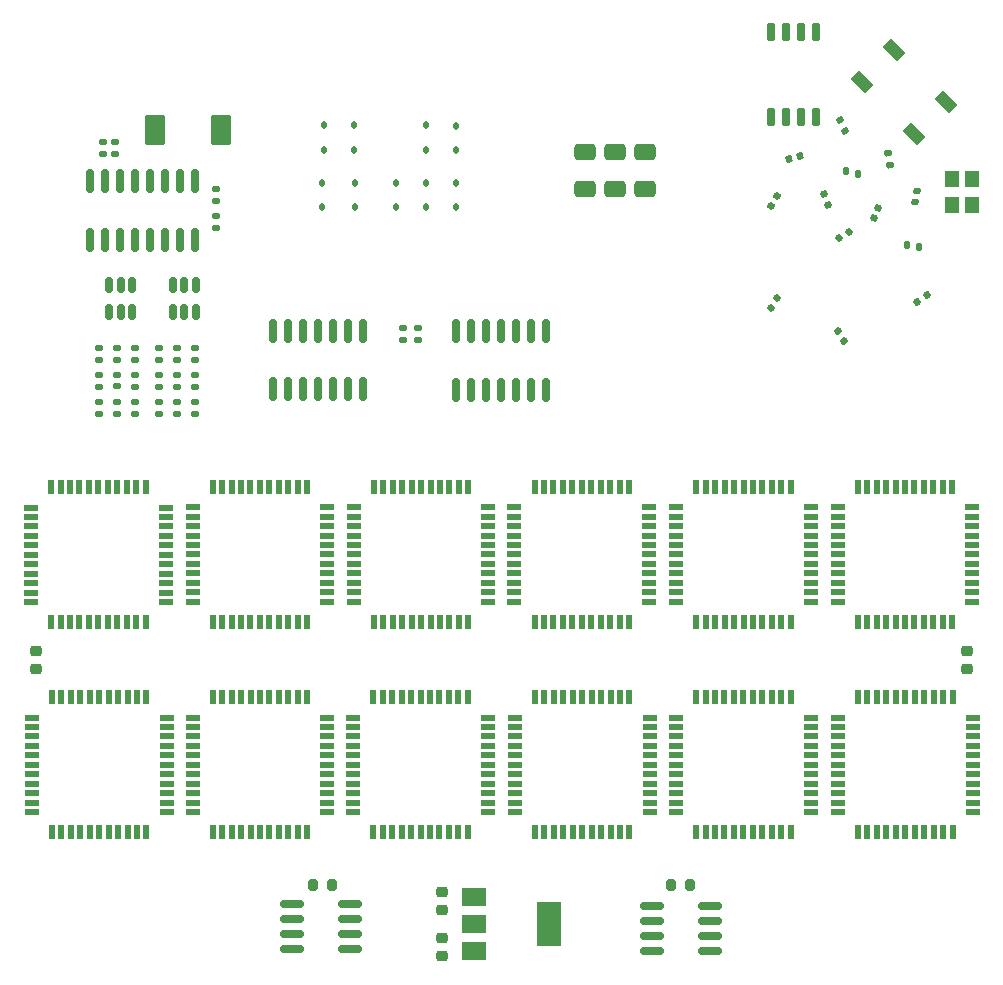
<source format=gbp>
%TF.GenerationSoftware,KiCad,Pcbnew,7.0.5-0*%
%TF.CreationDate,2023-06-16T23:12:01-07:00*%
%TF.ProjectId,Jumperless2,4a756d70-6572-46c6-9573-73322e6b6963,rev?*%
%TF.SameCoordinates,Original*%
%TF.FileFunction,Paste,Bot*%
%TF.FilePolarity,Positive*%
%FSLAX46Y46*%
G04 Gerber Fmt 4.6, Leading zero omitted, Abs format (unit mm)*
G04 Created by KiCad (PCBNEW 7.0.5-0) date 2023-06-16 23:12:01*
%MOMM*%
%LPD*%
G01*
G04 APERTURE LIST*
G04 Aperture macros list*
%AMRoundRect*
0 Rectangle with rounded corners*
0 $1 Rounding radius*
0 $2 $3 $4 $5 $6 $7 $8 $9 X,Y pos of 4 corners*
0 Add a 4 corners polygon primitive as box body*
4,1,4,$2,$3,$4,$5,$6,$7,$8,$9,$2,$3,0*
0 Add four circle primitives for the rounded corners*
1,1,$1+$1,$2,$3*
1,1,$1+$1,$4,$5*
1,1,$1+$1,$6,$7*
1,1,$1+$1,$8,$9*
0 Add four rect primitives between the rounded corners*
20,1,$1+$1,$2,$3,$4,$5,0*
20,1,$1+$1,$4,$5,$6,$7,0*
20,1,$1+$1,$6,$7,$8,$9,0*
20,1,$1+$1,$8,$9,$2,$3,0*%
%AMRotRect*
0 Rectangle, with rotation*
0 The origin of the aperture is its center*
0 $1 length*
0 $2 width*
0 $3 Rotation angle, in degrees counterclockwise*
0 Add horizontal line*
21,1,$1,$2,0,0,$3*%
G04 Aperture macros list end*
%ADD10RoundRect,0.140000X0.058955X-0.212189X0.219557X0.017173X-0.058955X0.212189X-0.219557X-0.017173X0*%
%ADD11RoundRect,0.250000X0.650000X-0.412500X0.650000X0.412500X-0.650000X0.412500X-0.650000X-0.412500X0*%
%ADD12RoundRect,0.135000X0.185000X-0.135000X0.185000X0.135000X-0.185000X0.135000X-0.185000X-0.135000X0*%
%ADD13RoundRect,0.112500X0.112500X-0.187500X0.112500X0.187500X-0.112500X0.187500X-0.112500X-0.187500X0*%
%ADD14RoundRect,0.135000X-0.185000X0.135000X-0.185000X-0.135000X0.185000X-0.135000X0.185000X0.135000X0*%
%ADD15R,1.200000X0.500000*%
%ADD16R,0.500000X1.200000*%
%ADD17RoundRect,0.200000X-0.200000X-0.275000X0.200000X-0.275000X0.200000X0.275000X-0.200000X0.275000X0*%
%ADD18RoundRect,0.170000X-0.680000X-1.130000X0.680000X-1.130000X0.680000X1.130000X-0.680000X1.130000X0*%
%ADD19RoundRect,0.140000X0.170000X-0.140000X0.170000X0.140000X-0.170000X0.140000X-0.170000X-0.140000X0*%
%ADD20RoundRect,0.140000X0.143107X-0.167393X0.191728X0.108353X-0.143107X0.167393X-0.191728X-0.108353X0*%
%ADD21RotRect,1.700000X1.000000X135.000000*%
%ADD22RoundRect,0.150000X0.150000X-0.512500X0.150000X0.512500X-0.150000X0.512500X-0.150000X-0.512500X0*%
%ADD23RoundRect,0.225000X-0.250000X0.225000X-0.250000X-0.225000X0.250000X-0.225000X0.250000X0.225000X0*%
%ADD24RoundRect,0.135000X-0.205632X0.100824X-0.158747X-0.165074X0.205632X-0.100824X0.158747X0.165074X0*%
%ADD25RoundRect,0.140000X-0.017173X-0.219557X0.212189X-0.058955X0.017173X0.219557X-0.212189X0.058955X0*%
%ADD26RoundRect,0.112500X-0.112500X0.187500X-0.112500X-0.187500X0.112500X-0.187500X0.112500X0.187500X0*%
%ADD27R,1.200000X1.400000*%
%ADD28RoundRect,0.150000X-0.150000X0.825000X-0.150000X-0.825000X0.150000X-0.825000X0.150000X0.825000X0*%
%ADD29RoundRect,0.140000X0.099887X0.196272X-0.173476X0.135669X-0.099887X-0.196272X0.173476X-0.135669X0*%
%ADD30RoundRect,0.150000X-0.150000X0.650000X-0.150000X-0.650000X0.150000X-0.650000X0.150000X0.650000X0*%
%ADD31RoundRect,0.140000X0.207631X-0.073414X0.111865X0.189700X-0.207631X0.073414X-0.111865X-0.189700X0*%
%ADD32RoundRect,0.135000X-0.157992X-0.165796X0.109698X-0.201038X0.157992X0.165796X-0.109698X0.201038X0*%
%ADD33RoundRect,0.150000X0.825000X0.150000X-0.825000X0.150000X-0.825000X-0.150000X0.825000X-0.150000X0*%
%ADD34RoundRect,0.140000X-0.068155X0.209416X-0.218598X-0.026734X0.068155X-0.209416X0.218598X0.026734X0*%
%ADD35RoundRect,0.135000X0.224720X-0.044167X0.110613X0.200536X-0.224720X0.044167X-0.110613X-0.200536X0*%
%ADD36RoundRect,0.140000X-0.217224X0.036244X-0.077224X-0.206244X0.217224X-0.036244X0.077224X0.206244X0*%
%ADD37R,2.000000X1.500000*%
%ADD38R,2.000000X3.800000*%
%ADD39RoundRect,0.135000X-0.171841X-0.151395X0.091759X-0.209834X0.171841X0.151395X-0.091759X0.209834X0*%
%ADD40RoundRect,0.140000X-0.111865X0.189700X-0.207631X-0.073414X0.111865X-0.189700X0.207631X0.073414X0*%
%ADD41RoundRect,0.250000X-0.650000X0.412500X-0.650000X-0.412500X0.650000X-0.412500X0.650000X0.412500X0*%
%ADD42RoundRect,0.140000X0.026734X0.218598X-0.209416X0.068155X-0.026734X-0.218598X0.209416X-0.068155X0*%
%ADD43RoundRect,0.225000X0.250000X-0.225000X0.250000X0.225000X-0.250000X0.225000X-0.250000X-0.225000X0*%
G04 APERTURE END LIST*
D10*
X98708683Y-121551193D03*
X99259317Y-120764807D03*
D11*
X82982000Y-120142000D03*
X82982000Y-117017000D03*
D12*
X67615000Y-132971000D03*
X67615000Y-131951000D03*
X48438000Y-136906000D03*
X48438000Y-135886000D03*
D13*
X69520000Y-116840000D03*
X69520000Y-114740000D03*
D14*
X43358000Y-138172000D03*
X43358000Y-139192000D03*
D13*
X63551000Y-121700000D03*
X63551000Y-119600000D03*
D15*
X61186000Y-164895000D03*
X61186000Y-165695000D03*
X61186000Y-166495000D03*
X61186000Y-167295000D03*
X61186000Y-168095000D03*
X61186000Y-168895000D03*
X61186000Y-169695000D03*
X61186000Y-170495000D03*
X61186000Y-171295000D03*
X61186000Y-172095000D03*
X61186000Y-172895000D03*
D16*
X59486000Y-174595000D03*
X58686000Y-174595000D03*
X57886000Y-174595000D03*
X57086000Y-174595000D03*
X56286000Y-174595000D03*
X55486000Y-174595000D03*
X54686000Y-174595000D03*
X53886000Y-174595000D03*
X53086000Y-174595000D03*
X52286000Y-174595000D03*
X51486000Y-174595000D03*
D15*
X49786000Y-172895000D03*
X49786000Y-172095000D03*
X49786000Y-171295000D03*
X49786000Y-170495000D03*
X49786000Y-169695000D03*
X49786000Y-168895000D03*
X49786000Y-168095000D03*
X49786000Y-167295000D03*
X49786000Y-166495000D03*
X49786000Y-165695000D03*
X49786000Y-164895000D03*
D16*
X51486000Y-163195000D03*
X52286000Y-163195000D03*
X53086000Y-163195000D03*
X53886000Y-163195000D03*
X54686000Y-163195000D03*
X55486000Y-163195000D03*
X56286000Y-163195000D03*
X57086000Y-163195000D03*
X57886000Y-163195000D03*
X58686000Y-163195000D03*
X59486000Y-163195000D03*
D17*
X90285000Y-179070000D03*
X91935000Y-179070000D03*
D12*
X49962000Y-134620000D03*
X49962000Y-133600000D03*
D14*
X44882000Y-138172000D03*
X44882000Y-139192000D03*
D18*
X52197200Y-115138200D03*
X46609200Y-115138200D03*
D19*
X48438000Y-134592000D03*
X48438000Y-133632000D03*
D20*
X110965649Y-121249708D03*
X111132351Y-120304292D03*
D14*
X41834000Y-138172000D03*
X41834000Y-139192000D03*
D15*
X74824000Y-147091600D03*
X74824000Y-147891600D03*
X74824000Y-148691600D03*
X74824000Y-149491600D03*
X74824000Y-150291600D03*
X74824000Y-151091600D03*
X74824000Y-151891600D03*
X74824000Y-152691600D03*
X74824000Y-153491600D03*
X74824000Y-154291600D03*
X74824000Y-155091600D03*
D16*
X73124000Y-156791600D03*
X72324000Y-156791600D03*
X71524000Y-156791600D03*
X70724000Y-156791600D03*
X69924000Y-156791600D03*
X69124000Y-156791600D03*
X68324000Y-156791600D03*
X67524000Y-156791600D03*
X66724000Y-156791600D03*
X65924000Y-156791600D03*
X65124000Y-156791600D03*
D15*
X63424000Y-155091600D03*
X63424000Y-154291600D03*
X63424000Y-153491600D03*
X63424000Y-152691600D03*
X63424000Y-151891600D03*
X63424000Y-151091600D03*
X63424000Y-150291600D03*
X63424000Y-149491600D03*
X63424000Y-148691600D03*
X63424000Y-147891600D03*
X63424000Y-147091600D03*
D16*
X65124000Y-145391600D03*
X65924000Y-145391600D03*
X66724000Y-145391600D03*
X67524000Y-145391600D03*
X68324000Y-145391600D03*
X69124000Y-145391600D03*
X69924000Y-145391600D03*
X70724000Y-145391600D03*
X71524000Y-145391600D03*
X72324000Y-145391600D03*
X73124000Y-145391600D03*
D17*
X59932000Y-179070000D03*
X61582000Y-179070000D03*
D12*
X46914000Y-139192000D03*
X46914000Y-138172000D03*
D21*
X113578489Y-112821683D03*
X109123717Y-108366911D03*
X110891483Y-115508689D03*
X106436711Y-111053917D03*
D15*
X115796000Y-147089600D03*
X115796000Y-147889600D03*
X115796000Y-148689600D03*
X115796000Y-149489600D03*
X115796000Y-150289600D03*
X115796000Y-151089600D03*
X115796000Y-151889600D03*
X115796000Y-152689600D03*
X115796000Y-153489600D03*
X115796000Y-154289600D03*
X115796000Y-155089600D03*
D16*
X114096000Y-156789600D03*
X113296000Y-156789600D03*
X112496000Y-156789600D03*
X111696000Y-156789600D03*
X110896000Y-156789600D03*
X110096000Y-156789600D03*
X109296000Y-156789600D03*
X108496000Y-156789600D03*
X107696000Y-156789600D03*
X106896000Y-156789600D03*
X106096000Y-156789600D03*
D15*
X104396000Y-155089600D03*
X104396000Y-154289600D03*
X104396000Y-153489600D03*
X104396000Y-152689600D03*
X104396000Y-151889600D03*
X104396000Y-151089600D03*
X104396000Y-150289600D03*
X104396000Y-149489600D03*
X104396000Y-148689600D03*
X104396000Y-147889600D03*
X104396000Y-147089600D03*
D16*
X106096000Y-145389600D03*
X106896000Y-145389600D03*
X107696000Y-145389600D03*
X108496000Y-145389600D03*
X109296000Y-145389600D03*
X110096000Y-145389600D03*
X110896000Y-145389600D03*
X111696000Y-145389600D03*
X112496000Y-145389600D03*
X113296000Y-145389600D03*
X114096000Y-145389600D03*
D22*
X44628000Y-130556000D03*
X43678000Y-130556000D03*
X42728000Y-130556000D03*
X42728000Y-128281000D03*
X43678000Y-128281000D03*
X44628000Y-128281000D03*
D12*
X68885000Y-132968999D03*
X68885000Y-131948999D03*
D23*
X70917000Y-183555000D03*
X70917000Y-185105000D03*
D15*
X88428000Y-147091600D03*
X88428000Y-147891600D03*
X88428000Y-148691600D03*
X88428000Y-149491600D03*
X88428000Y-150291600D03*
X88428000Y-151091600D03*
X88428000Y-151891600D03*
X88428000Y-152691600D03*
X88428000Y-153491600D03*
X88428000Y-154291600D03*
X88428000Y-155091600D03*
D16*
X86728000Y-156791600D03*
X85928000Y-156791600D03*
X85128000Y-156791600D03*
X84328000Y-156791600D03*
X83528000Y-156791600D03*
X82728000Y-156791600D03*
X81928000Y-156791600D03*
X81128000Y-156791600D03*
X80328000Y-156791600D03*
X79528000Y-156791600D03*
X78728000Y-156791600D03*
D15*
X77028000Y-155091600D03*
X77028000Y-154291600D03*
X77028000Y-153491600D03*
X77028000Y-152691600D03*
X77028000Y-151891600D03*
X77028000Y-151091600D03*
X77028000Y-150291600D03*
X77028000Y-149491600D03*
X77028000Y-148691600D03*
X77028000Y-147891600D03*
X77028000Y-147091600D03*
D16*
X78728000Y-145391600D03*
X79528000Y-145391600D03*
X80328000Y-145391600D03*
X81128000Y-145391600D03*
X81928000Y-145391600D03*
X82728000Y-145391600D03*
X83528000Y-145391600D03*
X84328000Y-145391600D03*
X85128000Y-145391600D03*
X85928000Y-145391600D03*
X86728000Y-145391600D03*
D24*
X108674439Y-117099748D03*
X108851561Y-118104252D03*
D12*
X43231000Y-117223000D03*
X43231000Y-116203000D03*
D25*
X111151614Y-129709634D03*
X111938000Y-129159000D03*
D26*
X72060000Y-119600000D03*
X72060000Y-121700000D03*
D19*
X44882000Y-136878000D03*
X44882000Y-135918000D03*
X41834000Y-136878000D03*
X41834000Y-135918000D03*
D27*
X114097000Y-121539000D03*
X114097000Y-119339000D03*
X115797000Y-119339000D03*
X115797000Y-121539000D03*
D28*
X56566000Y-132145000D03*
X57836000Y-132145000D03*
X59106000Y-132145000D03*
X60376000Y-132145000D03*
X61646000Y-132145000D03*
X62916000Y-132145000D03*
X64186000Y-132145000D03*
X64186000Y-137095000D03*
X62916000Y-137095000D03*
X61646000Y-137095000D03*
X60376000Y-137095000D03*
X59106000Y-137095000D03*
X57836000Y-137095000D03*
X56566000Y-137095000D03*
X72060000Y-132210000D03*
X73330000Y-132210000D03*
X74600000Y-132210000D03*
X75870000Y-132210000D03*
X77140000Y-132210000D03*
X78410000Y-132210000D03*
X79680000Y-132210000D03*
X79680000Y-137160000D03*
X78410000Y-137160000D03*
X77140000Y-137160000D03*
X75870000Y-137160000D03*
X74600000Y-137160000D03*
X73330000Y-137160000D03*
X72060000Y-137160000D03*
D26*
X72060000Y-114774000D03*
X72060000Y-116874000D03*
D28*
X41072000Y-119510000D03*
X42342000Y-119510000D03*
X43612000Y-119510000D03*
X44882000Y-119510000D03*
X46152000Y-119510000D03*
X47422000Y-119510000D03*
X48692000Y-119510000D03*
X49962000Y-119510000D03*
X49962000Y-124460000D03*
X48692000Y-124460000D03*
X47422000Y-124460000D03*
X46152000Y-124460000D03*
X44882000Y-124460000D03*
X43612000Y-124460000D03*
X42342000Y-124460000D03*
X41072000Y-124460000D03*
D19*
X51740000Y-123416000D03*
X51740000Y-122456000D03*
D29*
X101230622Y-117371109D03*
X100293378Y-117578891D03*
D15*
X74776000Y-164895000D03*
X74776000Y-165695000D03*
X74776000Y-166495000D03*
X74776000Y-167295000D03*
X74776000Y-168095000D03*
X74776000Y-168895000D03*
X74776000Y-169695000D03*
X74776000Y-170495000D03*
X74776000Y-171295000D03*
X74776000Y-172095000D03*
X74776000Y-172895000D03*
D16*
X73076000Y-174595000D03*
X72276000Y-174595000D03*
X71476000Y-174595000D03*
X70676000Y-174595000D03*
X69876000Y-174595000D03*
X69076000Y-174595000D03*
X68276000Y-174595000D03*
X67476000Y-174595000D03*
X66676000Y-174595000D03*
X65876000Y-174595000D03*
X65076000Y-174595000D03*
D15*
X63376000Y-172895000D03*
X63376000Y-172095000D03*
X63376000Y-171295000D03*
X63376000Y-170495000D03*
X63376000Y-169695000D03*
X63376000Y-168895000D03*
X63376000Y-168095000D03*
X63376000Y-167295000D03*
X63376000Y-166495000D03*
X63376000Y-165695000D03*
X63376000Y-164895000D03*
D16*
X65076000Y-163195000D03*
X65876000Y-163195000D03*
X66676000Y-163195000D03*
X67476000Y-163195000D03*
X68276000Y-163195000D03*
X69076000Y-163195000D03*
X69876000Y-163195000D03*
X70676000Y-163195000D03*
X71476000Y-163195000D03*
X72276000Y-163195000D03*
X73076000Y-163195000D03*
D12*
X48438000Y-139192000D03*
X48438000Y-138172000D03*
D14*
X43358000Y-133600000D03*
X43358000Y-134620000D03*
D12*
X49962000Y-136906000D03*
X49962000Y-135886000D03*
D15*
X47496400Y-147119600D03*
X47496400Y-147919600D03*
X47496400Y-148719600D03*
X47496400Y-149519600D03*
X47496400Y-150319600D03*
X47496400Y-151119600D03*
X47496400Y-151919600D03*
X47496400Y-152719600D03*
X47496400Y-153519600D03*
X47496400Y-154319600D03*
X47496400Y-155119600D03*
D16*
X45796400Y-156819600D03*
X44996400Y-156819600D03*
X44196400Y-156819600D03*
X43396400Y-156819600D03*
X42596400Y-156819600D03*
X41796400Y-156819600D03*
X40996400Y-156819600D03*
X40196400Y-156819600D03*
X39396400Y-156819600D03*
X38596400Y-156819600D03*
X37796400Y-156819600D03*
D15*
X36096400Y-155119600D03*
X36096400Y-154319600D03*
X36096400Y-153519600D03*
X36096400Y-152719600D03*
X36096400Y-151919600D03*
X36096400Y-151119600D03*
X36096400Y-150319600D03*
X36096400Y-149519600D03*
X36096400Y-148719600D03*
X36096400Y-147919600D03*
X36096400Y-147119600D03*
D16*
X37796400Y-145419600D03*
X38596400Y-145419600D03*
X39396400Y-145419600D03*
X40196400Y-145419600D03*
X40996400Y-145419600D03*
X41796400Y-145419600D03*
X42596400Y-145419600D03*
X43396400Y-145419600D03*
X44196400Y-145419600D03*
X44996400Y-145419600D03*
X45796400Y-145419600D03*
D11*
X85522000Y-120142000D03*
X85522000Y-117017000D03*
D30*
X98730000Y-106890000D03*
X100000000Y-106890000D03*
X101270000Y-106890000D03*
X102540000Y-106890000D03*
X102540000Y-114090000D03*
X101270000Y-114090000D03*
X100000000Y-114090000D03*
X98730000Y-114090000D03*
D31*
X103593170Y-121482052D03*
X103264830Y-120579948D03*
D15*
X102106000Y-164895000D03*
X102106000Y-165695000D03*
X102106000Y-166495000D03*
X102106000Y-167295000D03*
X102106000Y-168095000D03*
X102106000Y-168895000D03*
X102106000Y-169695000D03*
X102106000Y-170495000D03*
X102106000Y-171295000D03*
X102106000Y-172095000D03*
X102106000Y-172895000D03*
D16*
X100406000Y-174595000D03*
X99606000Y-174595000D03*
X98806000Y-174595000D03*
X98006000Y-174595000D03*
X97206000Y-174595000D03*
X96406000Y-174595000D03*
X95606000Y-174595000D03*
X94806000Y-174595000D03*
X94006000Y-174595000D03*
X93206000Y-174595000D03*
X92406000Y-174595000D03*
D15*
X90706000Y-172895000D03*
X90706000Y-172095000D03*
X90706000Y-171295000D03*
X90706000Y-170495000D03*
X90706000Y-169695000D03*
X90706000Y-168895000D03*
X90706000Y-168095000D03*
X90706000Y-167295000D03*
X90706000Y-166495000D03*
X90706000Y-165695000D03*
X90706000Y-164895000D03*
D16*
X92406000Y-163195000D03*
X93206000Y-163195000D03*
X94006000Y-163195000D03*
X94806000Y-163195000D03*
X95606000Y-163195000D03*
X96406000Y-163195000D03*
X97206000Y-163195000D03*
X98006000Y-163195000D03*
X98806000Y-163195000D03*
X99606000Y-163195000D03*
X100406000Y-163195000D03*
D32*
X110289363Y-124901432D03*
X111300637Y-125034568D03*
D23*
X115367000Y-159258000D03*
X115367000Y-160808000D03*
D15*
X61173600Y-147091600D03*
X61173600Y-147891600D03*
X61173600Y-148691600D03*
X61173600Y-149491600D03*
X61173600Y-150291600D03*
X61173600Y-151091600D03*
X61173600Y-151891600D03*
X61173600Y-152691600D03*
X61173600Y-153491600D03*
X61173600Y-154291600D03*
X61173600Y-155091600D03*
D16*
X59473600Y-156791600D03*
X58673600Y-156791600D03*
X57873600Y-156791600D03*
X57073600Y-156791600D03*
X56273600Y-156791600D03*
X55473600Y-156791600D03*
X54673600Y-156791600D03*
X53873600Y-156791600D03*
X53073600Y-156791600D03*
X52273600Y-156791600D03*
X51473600Y-156791600D03*
D15*
X49773600Y-155091600D03*
X49773600Y-154291600D03*
X49773600Y-153491600D03*
X49773600Y-152691600D03*
X49773600Y-151891600D03*
X49773600Y-151091600D03*
X49773600Y-150291600D03*
X49773600Y-149491600D03*
X49773600Y-148691600D03*
X49773600Y-147891600D03*
X49773600Y-147091600D03*
D16*
X51473600Y-145391600D03*
X52273600Y-145391600D03*
X53073600Y-145391600D03*
X53873600Y-145391600D03*
X54673600Y-145391600D03*
X55473600Y-145391600D03*
X56273600Y-145391600D03*
X57073600Y-145391600D03*
X57873600Y-145391600D03*
X58673600Y-145391600D03*
X59473600Y-145391600D03*
D15*
X47572000Y-164895000D03*
X47572000Y-165695000D03*
X47572000Y-166495000D03*
X47572000Y-167295000D03*
X47572000Y-168095000D03*
X47572000Y-168895000D03*
X47572000Y-169695000D03*
X47572000Y-170495000D03*
X47572000Y-171295000D03*
X47572000Y-172095000D03*
X47572000Y-172895000D03*
D16*
X45872000Y-174595000D03*
X45072000Y-174595000D03*
X44272000Y-174595000D03*
X43472000Y-174595000D03*
X42672000Y-174595000D03*
X41872000Y-174595000D03*
X41072000Y-174595000D03*
X40272000Y-174595000D03*
X39472000Y-174595000D03*
X38672000Y-174595000D03*
X37872000Y-174595000D03*
D15*
X36172000Y-172895000D03*
X36172000Y-172095000D03*
X36172000Y-171295000D03*
X36172000Y-170495000D03*
X36172000Y-169695000D03*
X36172000Y-168895000D03*
X36172000Y-168095000D03*
X36172000Y-167295000D03*
X36172000Y-166495000D03*
X36172000Y-165695000D03*
X36172000Y-164895000D03*
D16*
X37872000Y-163195000D03*
X38672000Y-163195000D03*
X39472000Y-163195000D03*
X40272000Y-163195000D03*
X41072000Y-163195000D03*
X41872000Y-163195000D03*
X42672000Y-163195000D03*
X43472000Y-163195000D03*
X44272000Y-163195000D03*
X45072000Y-163195000D03*
X45872000Y-163195000D03*
D19*
X43358000Y-136850000D03*
X43358000Y-135890000D03*
D26*
X66980000Y-119600000D03*
X66980000Y-121700000D03*
D33*
X93585000Y-180848000D03*
X93585000Y-182118000D03*
X93585000Y-183388000D03*
X93585000Y-184658000D03*
X88635000Y-184658000D03*
X88635000Y-183388000D03*
X88635000Y-182118000D03*
X88635000Y-180848000D03*
D22*
X50033200Y-130556000D03*
X49083200Y-130556000D03*
X48133200Y-130556000D03*
X48133200Y-128281000D03*
X49083200Y-128281000D03*
X50033200Y-128281000D03*
D15*
X115819600Y-164895000D03*
X115819600Y-165695000D03*
X115819600Y-166495000D03*
X115819600Y-167295000D03*
X115819600Y-168095000D03*
X115819600Y-168895000D03*
X115819600Y-169695000D03*
X115819600Y-170495000D03*
X115819600Y-171295000D03*
X115819600Y-172095000D03*
X115819600Y-172895000D03*
D16*
X114119600Y-174595000D03*
X113319600Y-174595000D03*
X112519600Y-174595000D03*
X111719600Y-174595000D03*
X110919600Y-174595000D03*
X110119600Y-174595000D03*
X109319600Y-174595000D03*
X108519600Y-174595000D03*
X107719600Y-174595000D03*
X106919600Y-174595000D03*
X106119600Y-174595000D03*
D15*
X104419600Y-172895000D03*
X104419600Y-172095000D03*
X104419600Y-171295000D03*
X104419600Y-170495000D03*
X104419600Y-169695000D03*
X104419600Y-168895000D03*
X104419600Y-168095000D03*
X104419600Y-167295000D03*
X104419600Y-166495000D03*
X104419600Y-165695000D03*
X104419600Y-164895000D03*
D16*
X106119600Y-163195000D03*
X106919600Y-163195000D03*
X107719600Y-163195000D03*
X108519600Y-163195000D03*
X109319600Y-163195000D03*
X110119600Y-163195000D03*
X110919600Y-163195000D03*
X111719600Y-163195000D03*
X112519600Y-163195000D03*
X113319600Y-163195000D03*
X114119600Y-163195000D03*
D14*
X46914000Y-133600000D03*
X46914000Y-134620000D03*
D34*
X99241904Y-129389172D03*
X98726096Y-130198828D03*
D35*
X105041535Y-115270217D03*
X104610465Y-114345783D03*
D36*
X104459000Y-132172308D03*
X104939000Y-133003692D03*
D23*
X70917000Y-179679000D03*
X70917000Y-181229000D03*
D12*
X46914000Y-136906000D03*
X46914000Y-135886000D03*
D37*
X73634000Y-184672000D03*
X73634000Y-182372000D03*
D38*
X79934000Y-182372000D03*
D37*
X73634000Y-180072000D03*
D13*
X69520000Y-121700000D03*
X69520000Y-119600000D03*
D39*
X105090089Y-118634616D03*
X106085911Y-118855384D03*
D26*
X63424000Y-114740000D03*
X63424000Y-116840000D03*
D14*
X44882000Y-133598000D03*
X44882000Y-134618000D03*
D26*
X60757000Y-119600000D03*
X60757000Y-121700000D03*
D14*
X41834000Y-133600000D03*
X41834000Y-134620000D03*
D15*
X102129000Y-147089600D03*
X102129000Y-147889600D03*
X102129000Y-148689600D03*
X102129000Y-149489600D03*
X102129000Y-150289600D03*
X102129000Y-151089600D03*
X102129000Y-151889600D03*
X102129000Y-152689600D03*
X102129000Y-153489600D03*
X102129000Y-154289600D03*
X102129000Y-155089600D03*
D16*
X100429000Y-156789600D03*
X99629000Y-156789600D03*
X98829000Y-156789600D03*
X98029000Y-156789600D03*
X97229000Y-156789600D03*
X96429000Y-156789600D03*
X95629000Y-156789600D03*
X94829000Y-156789600D03*
X94029000Y-156789600D03*
X93229000Y-156789600D03*
X92429000Y-156789600D03*
D15*
X90729000Y-155089600D03*
X90729000Y-154289600D03*
X90729000Y-153489600D03*
X90729000Y-152689600D03*
X90729000Y-151889600D03*
X90729000Y-151089600D03*
X90729000Y-150289600D03*
X90729000Y-149489600D03*
X90729000Y-148689600D03*
X90729000Y-147889600D03*
X90729000Y-147089600D03*
D16*
X92429000Y-145389600D03*
X93229000Y-145389600D03*
X94029000Y-145389600D03*
X94829000Y-145389600D03*
X95629000Y-145389600D03*
X96429000Y-145389600D03*
X97229000Y-145389600D03*
X98029000Y-145389600D03*
X98829000Y-145389600D03*
X99629000Y-145389600D03*
X100429000Y-145389600D03*
D40*
X107784170Y-121722948D03*
X107455830Y-122625052D03*
D19*
X51740000Y-121130000D03*
X51740000Y-120170000D03*
D41*
X88062000Y-117017000D03*
X88062000Y-120142000D03*
D13*
X60884000Y-116840000D03*
X60884000Y-114740000D03*
D15*
X88466000Y-164895000D03*
X88466000Y-165695000D03*
X88466000Y-166495000D03*
X88466000Y-167295000D03*
X88466000Y-168095000D03*
X88466000Y-168895000D03*
X88466000Y-169695000D03*
X88466000Y-170495000D03*
X88466000Y-171295000D03*
X88466000Y-172095000D03*
X88466000Y-172895000D03*
D16*
X86766000Y-174595000D03*
X85966000Y-174595000D03*
X85166000Y-174595000D03*
X84366000Y-174595000D03*
X83566000Y-174595000D03*
X82766000Y-174595000D03*
X81966000Y-174595000D03*
X81166000Y-174595000D03*
X80366000Y-174595000D03*
X79566000Y-174595000D03*
X78766000Y-174595000D03*
D15*
X77066000Y-172895000D03*
X77066000Y-172095000D03*
X77066000Y-171295000D03*
X77066000Y-170495000D03*
X77066000Y-169695000D03*
X77066000Y-168895000D03*
X77066000Y-168095000D03*
X77066000Y-167295000D03*
X77066000Y-166495000D03*
X77066000Y-165695000D03*
X77066000Y-164895000D03*
D16*
X78766000Y-163195000D03*
X79566000Y-163195000D03*
X80366000Y-163195000D03*
X81166000Y-163195000D03*
X81966000Y-163195000D03*
X82766000Y-163195000D03*
X83566000Y-163195000D03*
X84366000Y-163195000D03*
X85166000Y-163195000D03*
X85966000Y-163195000D03*
X86766000Y-163195000D03*
D42*
X105357828Y-123821096D03*
X104548172Y-124336904D03*
D12*
X49962000Y-139192000D03*
X49962000Y-138172000D03*
D43*
X36500000Y-160795000D03*
X36500000Y-159245000D03*
D33*
X63105000Y-180721000D03*
X63105000Y-181991000D03*
X63105000Y-183261000D03*
X63105000Y-184531000D03*
X58155000Y-184531000D03*
X58155000Y-183261000D03*
X58155000Y-181991000D03*
X58155000Y-180721000D03*
D12*
X42215000Y-117220999D03*
X42215000Y-116200999D03*
M02*

</source>
